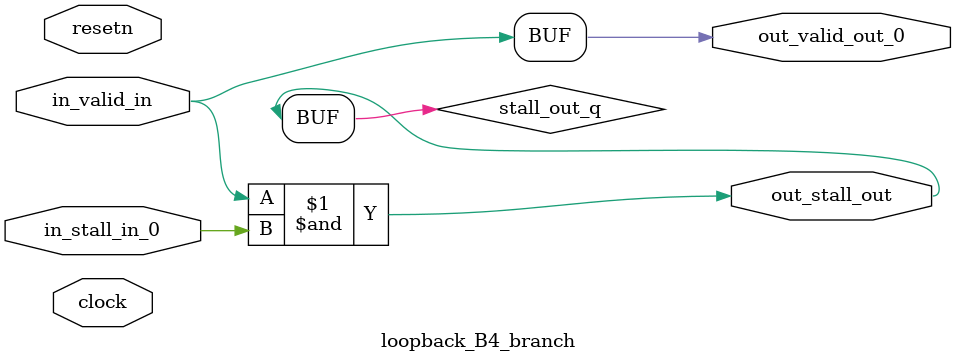
<source format=sv>



(* altera_attribute = "-name AUTO_SHIFT_REGISTER_RECOGNITION OFF; -name MESSAGE_DISABLE 10036; -name MESSAGE_DISABLE 10037; -name MESSAGE_DISABLE 14130; -name MESSAGE_DISABLE 14320; -name MESSAGE_DISABLE 15400; -name MESSAGE_DISABLE 14130; -name MESSAGE_DISABLE 10036; -name MESSAGE_DISABLE 12020; -name MESSAGE_DISABLE 12030; -name MESSAGE_DISABLE 12010; -name MESSAGE_DISABLE 12110; -name MESSAGE_DISABLE 14320; -name MESSAGE_DISABLE 13410; -name MESSAGE_DISABLE 113007; -name MESSAGE_DISABLE 10958" *)
module loopback_B4_branch (
    input wire [0:0] in_stall_in_0,
    input wire [0:0] in_valid_in,
    output wire [0:0] out_stall_out,
    output wire [0:0] out_valid_out_0,
    input wire clock,
    input wire resetn
    );

    wire [0:0] stall_out_q;


    // stall_out(LOGICAL,6)
    assign stall_out_q = in_valid_in & in_stall_in_0;

    // out_stall_out(GPOUT,4)
    assign out_stall_out = stall_out_q;

    // out_valid_out_0(GPOUT,5)
    assign out_valid_out_0 = in_valid_in;

endmodule

</source>
